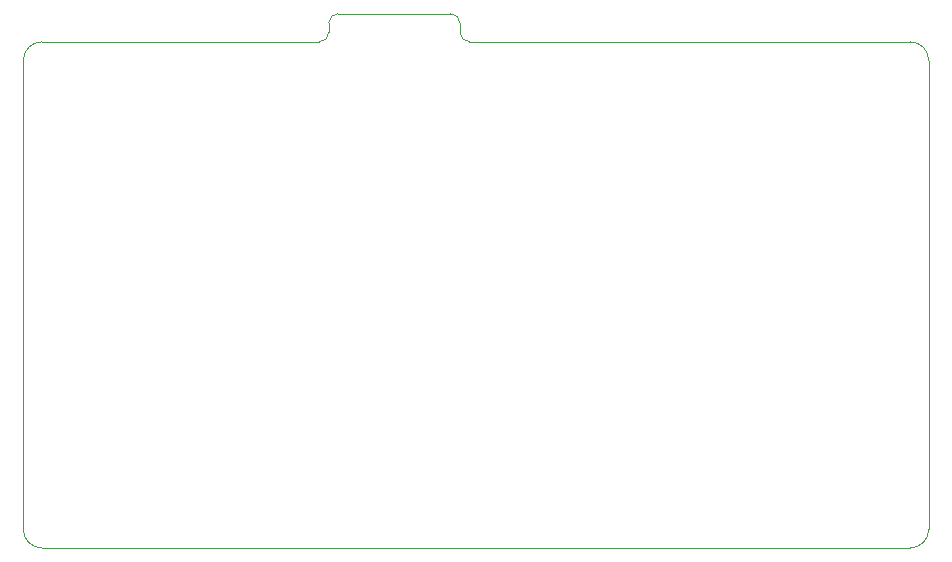
<source format=gbr>
%TF.GenerationSoftware,KiCad,Pcbnew,(6.0.11)*%
%TF.CreationDate,2023-05-29T20:04:11-04:00*%
%TF.ProjectId,MacroPad1.1,4d616372-6f50-4616-9431-2e312e6b6963,rev?*%
%TF.SameCoordinates,Original*%
%TF.FileFunction,Profile,NP*%
%FSLAX46Y46*%
G04 Gerber Fmt 4.6, Leading zero omitted, Abs format (unit mm)*
G04 Created by KiCad (PCBNEW (6.0.11)) date 2023-05-29 20:04:11*
%MOMM*%
%LPD*%
G01*
G04 APERTURE LIST*
%TA.AperFunction,Profile*%
%ADD10C,0.050000*%
%TD*%
%TA.AperFunction,Profile*%
%ADD11C,0.100000*%
%TD*%
G04 APERTURE END LIST*
D10*
X110331250Y-70643750D02*
X110331250Y-71437550D01*
X99218750Y-70643750D02*
X99218750Y-71437500D01*
D11*
X148431250Y-115093800D02*
G75*
G03*
X150018750Y-113506250I-50J1587550D01*
G01*
D10*
X110331200Y-71437550D02*
G75*
G03*
X111125000Y-72231300I793800J50D01*
G01*
X110331300Y-70643750D02*
G75*
G03*
X109537500Y-69850000I-793800J-50D01*
G01*
D11*
X150018700Y-73818800D02*
G75*
G03*
X148431250Y-72231300I-1587500J0D01*
G01*
X73353800Y-113506250D02*
G75*
G03*
X74941282Y-115093750I1587500J0D01*
G01*
D10*
X150018750Y-73818800D02*
X150018750Y-113506250D01*
X148431250Y-115093750D02*
X74941282Y-115093750D01*
X98425000Y-72231200D02*
G75*
G03*
X99218750Y-71437500I0J793750D01*
G01*
X111125000Y-72231300D02*
X148431250Y-72231300D01*
X74941282Y-72231250D02*
X98425000Y-72231250D01*
X100012500Y-69850050D02*
G75*
G03*
X99218750Y-70643750I0J-793750D01*
G01*
D11*
X74941282Y-72231232D02*
G75*
G03*
X73353782Y-73818750I18J-1587518D01*
G01*
D10*
X109537500Y-69850000D02*
X100012500Y-69850000D01*
X73353782Y-73818750D02*
X73353782Y-113506250D01*
M02*

</source>
